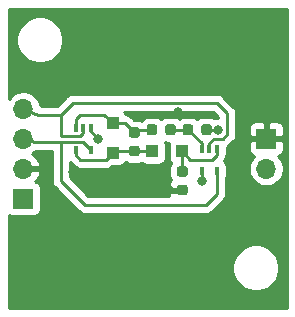
<source format=gbr>
%TF.GenerationSoftware,KiCad,Pcbnew,5.1.6-c6e7f7d~87~ubuntu18.04.1*%
%TF.CreationDate,2021-12-07T18:17:24-08:00*%
%TF.ProjectId,full-wave-rectifier,66756c6c-2d77-4617-9665-2d7265637469,rev?*%
%TF.SameCoordinates,Original*%
%TF.FileFunction,Copper,L1,Top*%
%TF.FilePolarity,Positive*%
%FSLAX46Y46*%
G04 Gerber Fmt 4.6, Leading zero omitted, Abs format (unit mm)*
G04 Created by KiCad (PCBNEW 5.1.6-c6e7f7d~87~ubuntu18.04.1) date 2021-12-07 18:17:24*
%MOMM*%
%LPD*%
G01*
G04 APERTURE LIST*
%TA.AperFunction,ComponentPad*%
%ADD10O,1.700000X1.700000*%
%TD*%
%TA.AperFunction,ComponentPad*%
%ADD11R,1.700000X1.700000*%
%TD*%
%TA.AperFunction,SMDPad,CuDef*%
%ADD12R,0.400000X0.650000*%
%TD*%
%TA.AperFunction,SMDPad,CuDef*%
%ADD13R,1.000000X1.000000*%
%TD*%
%TA.AperFunction,ViaPad*%
%ADD14C,0.800000*%
%TD*%
%TA.AperFunction,Conductor*%
%ADD15C,0.250000*%
%TD*%
%TA.AperFunction,Conductor*%
%ADD16C,0.254000*%
%TD*%
G04 APERTURE END LIST*
D10*
%TO.P,J2,4*%
%TO.N,-15V*%
X141859000Y-92964000D03*
%TO.P,J2,3*%
%TO.N,+15V*%
X141859000Y-95504000D03*
%TO.P,J2,2*%
%TO.N,GND*%
X141859000Y-98044000D03*
D11*
%TO.P,J2,1*%
%TO.N,AC*%
X141859000Y-100584000D03*
%TD*%
D10*
%TO.P,J1,2*%
%TO.N,/Vout*%
X162433000Y-98044000D03*
D11*
%TO.P,J1,1*%
%TO.N,GND*%
X162433000Y-95504000D03*
%TD*%
D12*
%TO.P,U2,5*%
%TO.N,+15V*%
X158257000Y-98232000D03*
%TO.P,U2,4*%
%TO.N,/Vout*%
X156957000Y-98232000D03*
%TO.P,U2,2*%
%TO.N,-15V*%
X157607000Y-96332000D03*
%TO.P,U2,3*%
%TO.N,Net-(R1-Pad1)*%
X156957000Y-96332000D03*
%TO.P,U2,1*%
%TO.N,Net-(D2-Pad1)*%
X158257000Y-96332000D03*
%TD*%
%TO.P,U1,5*%
%TO.N,+15V*%
X147589000Y-96454000D03*
%TO.P,U1,4*%
%TO.N,Net-(C1-Pad2)*%
X146289000Y-96454000D03*
%TO.P,U1,2*%
%TO.N,-15V*%
X146939000Y-94554000D03*
%TO.P,U1,3*%
%TO.N,Net-(C1-Pad1)*%
X146289000Y-94554000D03*
%TO.P,U1,1*%
%TO.N,AC*%
X147589000Y-94554000D03*
%TD*%
D13*
%TO.P,D2,2*%
%TO.N,Net-(C1-Pad2)*%
X152801000Y-96570800D03*
%TO.P,D2,1*%
%TO.N,Net-(D2-Pad1)*%
X155301000Y-96570800D03*
%TD*%
%TO.P,D1,2*%
%TO.N,Net-(C1-Pad1)*%
X149479000Y-94177800D03*
%TO.P,D1,1*%
%TO.N,Net-(C1-Pad2)*%
X149479000Y-96677800D03*
%TD*%
%TO.P,R3,2*%
%TO.N,Net-(D2-Pad1)*%
%TA.AperFunction,SMDPad,CuDef*%
G36*
G01*
X155577250Y-98710000D02*
X155064750Y-98710000D01*
G75*
G02*
X154846000Y-98491250I0J218750D01*
G01*
X154846000Y-98053750D01*
G75*
G02*
X155064750Y-97835000I218750J0D01*
G01*
X155577250Y-97835000D01*
G75*
G02*
X155796000Y-98053750I0J-218750D01*
G01*
X155796000Y-98491250D01*
G75*
G02*
X155577250Y-98710000I-218750J0D01*
G01*
G37*
%TD.AperFunction*%
%TO.P,R3,1*%
%TO.N,GND*%
%TA.AperFunction,SMDPad,CuDef*%
G36*
G01*
X155577250Y-100285000D02*
X155064750Y-100285000D01*
G75*
G02*
X154846000Y-100066250I0J218750D01*
G01*
X154846000Y-99628750D01*
G75*
G02*
X155064750Y-99410000I218750J0D01*
G01*
X155577250Y-99410000D01*
G75*
G02*
X155796000Y-99628750I0J-218750D01*
G01*
X155796000Y-100066250D01*
G75*
G02*
X155577250Y-100285000I-218750J0D01*
G01*
G37*
%TD.AperFunction*%
%TD*%
%TO.P,R1,2*%
%TO.N,Net-(C1-Pad1)*%
%TA.AperFunction,SMDPad,CuDef*%
G36*
G01*
X153193000Y-94485750D02*
X153193000Y-94998250D01*
G75*
G02*
X152974250Y-95217000I-218750J0D01*
G01*
X152536750Y-95217000D01*
G75*
G02*
X152318000Y-94998250I0J218750D01*
G01*
X152318000Y-94485750D01*
G75*
G02*
X152536750Y-94267000I218750J0D01*
G01*
X152974250Y-94267000D01*
G75*
G02*
X153193000Y-94485750I0J-218750D01*
G01*
G37*
%TD.AperFunction*%
%TO.P,R1,1*%
%TO.N,Net-(R1-Pad1)*%
%TA.AperFunction,SMDPad,CuDef*%
G36*
G01*
X154768000Y-94485750D02*
X154768000Y-94998250D01*
G75*
G02*
X154549250Y-95217000I-218750J0D01*
G01*
X154111750Y-95217000D01*
G75*
G02*
X153893000Y-94998250I0J218750D01*
G01*
X153893000Y-94485750D01*
G75*
G02*
X154111750Y-94267000I218750J0D01*
G01*
X154549250Y-94267000D01*
G75*
G02*
X154768000Y-94485750I0J-218750D01*
G01*
G37*
%TD.AperFunction*%
%TD*%
%TO.P,C1,2*%
%TO.N,Net-(C1-Pad2)*%
%TA.AperFunction,SMDPad,CuDef*%
G36*
G01*
X151000750Y-96108000D02*
X151513250Y-96108000D01*
G75*
G02*
X151732000Y-96326750I0J-218750D01*
G01*
X151732000Y-96764250D01*
G75*
G02*
X151513250Y-96983000I-218750J0D01*
G01*
X151000750Y-96983000D01*
G75*
G02*
X150782000Y-96764250I0J218750D01*
G01*
X150782000Y-96326750D01*
G75*
G02*
X151000750Y-96108000I218750J0D01*
G01*
G37*
%TD.AperFunction*%
%TO.P,C1,1*%
%TO.N,Net-(C1-Pad1)*%
%TA.AperFunction,SMDPad,CuDef*%
G36*
G01*
X151000750Y-94533000D02*
X151513250Y-94533000D01*
G75*
G02*
X151732000Y-94751750I0J-218750D01*
G01*
X151732000Y-95189250D01*
G75*
G02*
X151513250Y-95408000I-218750J0D01*
G01*
X151000750Y-95408000D01*
G75*
G02*
X150782000Y-95189250I0J218750D01*
G01*
X150782000Y-94751750D01*
G75*
G02*
X151000750Y-94533000I218750J0D01*
G01*
G37*
%TD.AperFunction*%
%TD*%
%TO.P,R2,2*%
%TO.N,Net-(R1-Pad1)*%
%TA.AperFunction,SMDPad,CuDef*%
G36*
G01*
X156241000Y-94485750D02*
X156241000Y-94998250D01*
G75*
G02*
X156022250Y-95217000I-218750J0D01*
G01*
X155584750Y-95217000D01*
G75*
G02*
X155366000Y-94998250I0J218750D01*
G01*
X155366000Y-94485750D01*
G75*
G02*
X155584750Y-94267000I218750J0D01*
G01*
X156022250Y-94267000D01*
G75*
G02*
X156241000Y-94485750I0J-218750D01*
G01*
G37*
%TD.AperFunction*%
%TO.P,R2,1*%
%TO.N,/Vout*%
%TA.AperFunction,SMDPad,CuDef*%
G36*
G01*
X157816000Y-94485750D02*
X157816000Y-94998250D01*
G75*
G02*
X157597250Y-95217000I-218750J0D01*
G01*
X157159750Y-95217000D01*
G75*
G02*
X156941000Y-94998250I0J218750D01*
G01*
X156941000Y-94485750D01*
G75*
G02*
X157159750Y-94267000I218750J0D01*
G01*
X157597250Y-94267000D01*
G75*
G02*
X157816000Y-94485750I0J-218750D01*
G01*
G37*
%TD.AperFunction*%
%TD*%
D14*
%TO.N,GND*%
X154178000Y-99822000D03*
X146050000Y-98298000D03*
X149225000Y-99060000D03*
X153035000Y-91313000D03*
X154940000Y-93218000D03*
X145796000Y-91440000D03*
X159385000Y-100711000D03*
X151892000Y-100076000D03*
X148844000Y-102362000D03*
%TO.N,AC*%
X148209000Y-95504000D03*
%TO.N,/Vout*%
X156972000Y-99060000D03*
X158369000Y-94742000D03*
%TD*%
D15*
%TO.N,GND*%
X154203500Y-99847500D02*
X154178000Y-99822000D01*
X155321000Y-99847500D02*
X154203500Y-99847500D01*
%TO.N,Net-(D2-Pad1)*%
X158257000Y-96907000D02*
X157882000Y-97282000D01*
X158257000Y-96332000D02*
X158257000Y-96907000D01*
X156012200Y-97282000D02*
X155301000Y-96570800D01*
X157882000Y-97282000D02*
X156012200Y-97282000D01*
X155301000Y-98252500D02*
X155321000Y-98272500D01*
X155301000Y-96570800D02*
X155301000Y-98252500D01*
%TO.N,/Vout*%
X158369000Y-94742000D02*
X157378500Y-94742000D01*
X156957000Y-99045000D02*
X156972000Y-99060000D01*
X156957000Y-98232000D02*
X156957000Y-99045000D01*
%TO.N,Net-(R1-Pad1)*%
X155803500Y-94742000D02*
X155829000Y-94742000D01*
X156957000Y-95870000D02*
X156957000Y-96332000D01*
X155829000Y-94742000D02*
X156957000Y-95870000D01*
X155803500Y-94742000D02*
X154330500Y-94742000D01*
%TO.N,Net-(C1-Pad2)*%
X151282300Y-96570800D02*
X151257000Y-96545500D01*
X152801000Y-96570800D02*
X151282300Y-96570800D01*
X149611300Y-96545500D02*
X149479000Y-96677800D01*
X151257000Y-96545500D02*
X149611300Y-96545500D01*
X146289000Y-96454000D02*
X146289000Y-96886000D01*
X146289000Y-96886000D02*
X146685000Y-97282000D01*
X148874800Y-97282000D02*
X149479000Y-96677800D01*
X146685000Y-97282000D02*
X148874800Y-97282000D01*
%TO.N,Net-(C1-Pad1)*%
X151485500Y-94742000D02*
X151257000Y-94970500D01*
X152755500Y-94742000D02*
X151485500Y-94742000D01*
X150464300Y-94177800D02*
X151257000Y-94970500D01*
X149479000Y-94177800D02*
X150464300Y-94177800D01*
X149310800Y-94346000D02*
X149479000Y-94177800D01*
X146289000Y-94554000D02*
X146289000Y-93868000D01*
X146289000Y-93868000D02*
X146685000Y-93472000D01*
X149422800Y-94177800D02*
X149479000Y-94177800D01*
X146685000Y-93472000D02*
X148717000Y-93472000D01*
X148717000Y-93472000D02*
X149422800Y-94177800D01*
%TO.N,+15V*%
X145034000Y-95758000D02*
X145034000Y-99060000D01*
X146893000Y-95758000D02*
X145034000Y-95758000D01*
X147589000Y-96454000D02*
X146893000Y-95758000D01*
X158257000Y-98948000D02*
X158257000Y-98232000D01*
X157353000Y-101092000D02*
X158257000Y-100188000D01*
X145034000Y-99060000D02*
X147066000Y-101092000D01*
X158257000Y-100188000D02*
X158257000Y-98948000D01*
X147066000Y-101092000D02*
X157353000Y-101092000D01*
X142875000Y-95758000D02*
X141859000Y-95504000D01*
X145034000Y-95758000D02*
X142875000Y-95758000D01*
%TO.N,-15V*%
X143129000Y-93472000D02*
X141859000Y-92964000D01*
X145034000Y-93472000D02*
X143129000Y-93472000D01*
X146050000Y-92456000D02*
X145034000Y-93472000D01*
X158242000Y-92456000D02*
X146050000Y-92456000D01*
X157607000Y-95871998D02*
X157974998Y-95504000D01*
X157607000Y-96332000D02*
X157607000Y-95871998D01*
X159131000Y-95123000D02*
X159131000Y-93345000D01*
X157974998Y-95504000D02*
X158750000Y-95504000D01*
X158750000Y-95504000D02*
X159131000Y-95123000D01*
X159131000Y-93345000D02*
X158242000Y-92456000D01*
X146939000Y-95014002D02*
X146939000Y-94554000D01*
X145034000Y-93472000D02*
X145034000Y-95250000D01*
X146703002Y-95250000D02*
X146939000Y-95014002D01*
X145034000Y-95250000D02*
X146703002Y-95250000D01*
%TO.N,AC*%
X147589000Y-94884000D02*
X148209000Y-95504000D01*
X147589000Y-94554000D02*
X147589000Y-94884000D01*
%TD*%
D16*
%TO.N,GND*%
G36*
X164186000Y-109830000D02*
G01*
X140614000Y-109830000D01*
X140614000Y-106230495D01*
X159559000Y-106230495D01*
X159559000Y-106621505D01*
X159635282Y-107005003D01*
X159784915Y-107366250D01*
X160002149Y-107691364D01*
X160278636Y-107967851D01*
X160603750Y-108185085D01*
X160964997Y-108334718D01*
X161348495Y-108411000D01*
X161739505Y-108411000D01*
X162123003Y-108334718D01*
X162484250Y-108185085D01*
X162809364Y-107967851D01*
X163085851Y-107691364D01*
X163303085Y-107366250D01*
X163452718Y-107005003D01*
X163529000Y-106621505D01*
X163529000Y-106230495D01*
X163452718Y-105846997D01*
X163303085Y-105485750D01*
X163085851Y-105160636D01*
X162809364Y-104884149D01*
X162484250Y-104666915D01*
X162123003Y-104517282D01*
X161739505Y-104441000D01*
X161348495Y-104441000D01*
X160964997Y-104517282D01*
X160603750Y-104666915D01*
X160278636Y-104884149D01*
X160002149Y-105160636D01*
X159784915Y-105485750D01*
X159635282Y-105846997D01*
X159559000Y-106230495D01*
X140614000Y-106230495D01*
X140614000Y-101931295D01*
X140654506Y-101964537D01*
X140764820Y-102023502D01*
X140884518Y-102059812D01*
X141009000Y-102072072D01*
X142709000Y-102072072D01*
X142833482Y-102059812D01*
X142953180Y-102023502D01*
X143063494Y-101964537D01*
X143160185Y-101885185D01*
X143239537Y-101788494D01*
X143298502Y-101678180D01*
X143334812Y-101558482D01*
X143347072Y-101434000D01*
X143347072Y-99734000D01*
X143334812Y-99609518D01*
X143298502Y-99489820D01*
X143239537Y-99379506D01*
X143160185Y-99282815D01*
X143063494Y-99203463D01*
X142953180Y-99144498D01*
X142872534Y-99120034D01*
X142956588Y-99044269D01*
X143130641Y-98810920D01*
X143255825Y-98548099D01*
X143300476Y-98400890D01*
X143179155Y-98171000D01*
X141986000Y-98171000D01*
X141986000Y-98191000D01*
X141732000Y-98191000D01*
X141732000Y-98171000D01*
X141712000Y-98171000D01*
X141712000Y-97917000D01*
X141732000Y-97917000D01*
X141732000Y-97897000D01*
X141986000Y-97897000D01*
X141986000Y-97917000D01*
X143179155Y-97917000D01*
X143300476Y-97687110D01*
X143255825Y-97539901D01*
X143130641Y-97277080D01*
X142956588Y-97043731D01*
X142740355Y-96848822D01*
X142623466Y-96779195D01*
X142805632Y-96657475D01*
X142945107Y-96518000D01*
X144274000Y-96518000D01*
X144274001Y-99022668D01*
X144270324Y-99060000D01*
X144274001Y-99097333D01*
X144284998Y-99208986D01*
X144294481Y-99240247D01*
X144328454Y-99352246D01*
X144399026Y-99484276D01*
X144457891Y-99556002D01*
X144494000Y-99600001D01*
X144522998Y-99623799D01*
X146502201Y-101603003D01*
X146525999Y-101632001D01*
X146554997Y-101655799D01*
X146641723Y-101726974D01*
X146756818Y-101788494D01*
X146773753Y-101797546D01*
X146917014Y-101841003D01*
X147028667Y-101852000D01*
X147028677Y-101852000D01*
X147066000Y-101855676D01*
X147103323Y-101852000D01*
X157315678Y-101852000D01*
X157353000Y-101855676D01*
X157390322Y-101852000D01*
X157390333Y-101852000D01*
X157501986Y-101841003D01*
X157645247Y-101797546D01*
X157777276Y-101726974D01*
X157893001Y-101632001D01*
X157916803Y-101602998D01*
X158768004Y-100751798D01*
X158797001Y-100728001D01*
X158869637Y-100639494D01*
X158891974Y-100612277D01*
X158962546Y-100480247D01*
X158990997Y-100386454D01*
X159006003Y-100336986D01*
X159017000Y-100225333D01*
X159017000Y-100225324D01*
X159020676Y-100188001D01*
X159017000Y-100150678D01*
X159017000Y-98856373D01*
X159046502Y-98801180D01*
X159082812Y-98681482D01*
X159095072Y-98557000D01*
X159095072Y-97907000D01*
X159082812Y-97782518D01*
X159046502Y-97662820D01*
X158987537Y-97552506D01*
X158908185Y-97455815D01*
X158837425Y-97397744D01*
X158891974Y-97331276D01*
X158962546Y-97199247D01*
X159006003Y-97055986D01*
X159015546Y-96959093D01*
X159046502Y-96901180D01*
X159082812Y-96781482D01*
X159095072Y-96657000D01*
X159095072Y-96354000D01*
X160944928Y-96354000D01*
X160957188Y-96478482D01*
X160993498Y-96598180D01*
X161052463Y-96708494D01*
X161131815Y-96805185D01*
X161228506Y-96884537D01*
X161338820Y-96943502D01*
X161411380Y-96965513D01*
X161279525Y-97097368D01*
X161117010Y-97340589D01*
X161005068Y-97610842D01*
X160948000Y-97897740D01*
X160948000Y-98190260D01*
X161005068Y-98477158D01*
X161117010Y-98747411D01*
X161279525Y-98990632D01*
X161486368Y-99197475D01*
X161729589Y-99359990D01*
X161999842Y-99471932D01*
X162286740Y-99529000D01*
X162579260Y-99529000D01*
X162866158Y-99471932D01*
X163136411Y-99359990D01*
X163379632Y-99197475D01*
X163586475Y-98990632D01*
X163748990Y-98747411D01*
X163860932Y-98477158D01*
X163918000Y-98190260D01*
X163918000Y-97897740D01*
X163860932Y-97610842D01*
X163748990Y-97340589D01*
X163586475Y-97097368D01*
X163454620Y-96965513D01*
X163527180Y-96943502D01*
X163637494Y-96884537D01*
X163734185Y-96805185D01*
X163813537Y-96708494D01*
X163872502Y-96598180D01*
X163908812Y-96478482D01*
X163921072Y-96354000D01*
X163918000Y-95789750D01*
X163759250Y-95631000D01*
X162560000Y-95631000D01*
X162560000Y-95651000D01*
X162306000Y-95651000D01*
X162306000Y-95631000D01*
X161106750Y-95631000D01*
X160948000Y-95789750D01*
X160944928Y-96354000D01*
X159095072Y-96354000D01*
X159095072Y-96181310D01*
X159174276Y-96138974D01*
X159290001Y-96044001D01*
X159313804Y-96014997D01*
X159641998Y-95686803D01*
X159671001Y-95663001D01*
X159765974Y-95547276D01*
X159836546Y-95415247D01*
X159880003Y-95271986D01*
X159891000Y-95160333D01*
X159891000Y-95160324D01*
X159894676Y-95123001D01*
X159891000Y-95085678D01*
X159891000Y-94654000D01*
X160944928Y-94654000D01*
X160948000Y-95218250D01*
X161106750Y-95377000D01*
X162306000Y-95377000D01*
X162306000Y-94177750D01*
X162560000Y-94177750D01*
X162560000Y-95377000D01*
X163759250Y-95377000D01*
X163918000Y-95218250D01*
X163921072Y-94654000D01*
X163908812Y-94529518D01*
X163872502Y-94409820D01*
X163813537Y-94299506D01*
X163734185Y-94202815D01*
X163637494Y-94123463D01*
X163527180Y-94064498D01*
X163407482Y-94028188D01*
X163283000Y-94015928D01*
X162718750Y-94019000D01*
X162560000Y-94177750D01*
X162306000Y-94177750D01*
X162147250Y-94019000D01*
X161583000Y-94015928D01*
X161458518Y-94028188D01*
X161338820Y-94064498D01*
X161228506Y-94123463D01*
X161131815Y-94202815D01*
X161052463Y-94299506D01*
X160993498Y-94409820D01*
X160957188Y-94529518D01*
X160944928Y-94654000D01*
X159891000Y-94654000D01*
X159891000Y-93382323D01*
X159894676Y-93345000D01*
X159891000Y-93307677D01*
X159891000Y-93307667D01*
X159880003Y-93196014D01*
X159836546Y-93052753D01*
X159765974Y-92920724D01*
X159671001Y-92804999D01*
X159642003Y-92781201D01*
X158805803Y-91945002D01*
X158782001Y-91915999D01*
X158666276Y-91821026D01*
X158534247Y-91750454D01*
X158390986Y-91706997D01*
X158279333Y-91696000D01*
X158279322Y-91696000D01*
X158242000Y-91692324D01*
X158204678Y-91696000D01*
X146087322Y-91696000D01*
X146050000Y-91692324D01*
X146012677Y-91696000D01*
X146012667Y-91696000D01*
X145901014Y-91706997D01*
X145757753Y-91750454D01*
X145625723Y-91821026D01*
X145542083Y-91889668D01*
X145509999Y-91915999D01*
X145486201Y-91944997D01*
X144719199Y-92712000D01*
X143322967Y-92712000D01*
X143286932Y-92530842D01*
X143174990Y-92260589D01*
X143012475Y-92017368D01*
X142805632Y-91810525D01*
X142562411Y-91648010D01*
X142292158Y-91536068D01*
X142005260Y-91479000D01*
X141712740Y-91479000D01*
X141425842Y-91536068D01*
X141155589Y-91648010D01*
X140912368Y-91810525D01*
X140705525Y-92017368D01*
X140614000Y-92154345D01*
X140614000Y-86926495D01*
X141271000Y-86926495D01*
X141271000Y-87317505D01*
X141347282Y-87701003D01*
X141496915Y-88062250D01*
X141714149Y-88387364D01*
X141990636Y-88663851D01*
X142315750Y-88881085D01*
X142676997Y-89030718D01*
X143060495Y-89107000D01*
X143451505Y-89107000D01*
X143835003Y-89030718D01*
X144196250Y-88881085D01*
X144521364Y-88663851D01*
X144797851Y-88387364D01*
X145015085Y-88062250D01*
X145164718Y-87701003D01*
X145241000Y-87317505D01*
X145241000Y-86926495D01*
X145164718Y-86542997D01*
X145015085Y-86181750D01*
X144797851Y-85856636D01*
X144521364Y-85580149D01*
X144196250Y-85362915D01*
X143835003Y-85213282D01*
X143451505Y-85137000D01*
X143060495Y-85137000D01*
X142676997Y-85213282D01*
X142315750Y-85362915D01*
X141990636Y-85580149D01*
X141714149Y-85856636D01*
X141496915Y-86181750D01*
X141347282Y-86542997D01*
X141271000Y-86926495D01*
X140614000Y-86926495D01*
X140614000Y-84480000D01*
X164186001Y-84480000D01*
X164186000Y-109830000D01*
G37*
X164186000Y-109830000D02*
X140614000Y-109830000D01*
X140614000Y-106230495D01*
X159559000Y-106230495D01*
X159559000Y-106621505D01*
X159635282Y-107005003D01*
X159784915Y-107366250D01*
X160002149Y-107691364D01*
X160278636Y-107967851D01*
X160603750Y-108185085D01*
X160964997Y-108334718D01*
X161348495Y-108411000D01*
X161739505Y-108411000D01*
X162123003Y-108334718D01*
X162484250Y-108185085D01*
X162809364Y-107967851D01*
X163085851Y-107691364D01*
X163303085Y-107366250D01*
X163452718Y-107005003D01*
X163529000Y-106621505D01*
X163529000Y-106230495D01*
X163452718Y-105846997D01*
X163303085Y-105485750D01*
X163085851Y-105160636D01*
X162809364Y-104884149D01*
X162484250Y-104666915D01*
X162123003Y-104517282D01*
X161739505Y-104441000D01*
X161348495Y-104441000D01*
X160964997Y-104517282D01*
X160603750Y-104666915D01*
X160278636Y-104884149D01*
X160002149Y-105160636D01*
X159784915Y-105485750D01*
X159635282Y-105846997D01*
X159559000Y-106230495D01*
X140614000Y-106230495D01*
X140614000Y-101931295D01*
X140654506Y-101964537D01*
X140764820Y-102023502D01*
X140884518Y-102059812D01*
X141009000Y-102072072D01*
X142709000Y-102072072D01*
X142833482Y-102059812D01*
X142953180Y-102023502D01*
X143063494Y-101964537D01*
X143160185Y-101885185D01*
X143239537Y-101788494D01*
X143298502Y-101678180D01*
X143334812Y-101558482D01*
X143347072Y-101434000D01*
X143347072Y-99734000D01*
X143334812Y-99609518D01*
X143298502Y-99489820D01*
X143239537Y-99379506D01*
X143160185Y-99282815D01*
X143063494Y-99203463D01*
X142953180Y-99144498D01*
X142872534Y-99120034D01*
X142956588Y-99044269D01*
X143130641Y-98810920D01*
X143255825Y-98548099D01*
X143300476Y-98400890D01*
X143179155Y-98171000D01*
X141986000Y-98171000D01*
X141986000Y-98191000D01*
X141732000Y-98191000D01*
X141732000Y-98171000D01*
X141712000Y-98171000D01*
X141712000Y-97917000D01*
X141732000Y-97917000D01*
X141732000Y-97897000D01*
X141986000Y-97897000D01*
X141986000Y-97917000D01*
X143179155Y-97917000D01*
X143300476Y-97687110D01*
X143255825Y-97539901D01*
X143130641Y-97277080D01*
X142956588Y-97043731D01*
X142740355Y-96848822D01*
X142623466Y-96779195D01*
X142805632Y-96657475D01*
X142945107Y-96518000D01*
X144274000Y-96518000D01*
X144274001Y-99022668D01*
X144270324Y-99060000D01*
X144274001Y-99097333D01*
X144284998Y-99208986D01*
X144294481Y-99240247D01*
X144328454Y-99352246D01*
X144399026Y-99484276D01*
X144457891Y-99556002D01*
X144494000Y-99600001D01*
X144522998Y-99623799D01*
X146502201Y-101603003D01*
X146525999Y-101632001D01*
X146554997Y-101655799D01*
X146641723Y-101726974D01*
X146756818Y-101788494D01*
X146773753Y-101797546D01*
X146917014Y-101841003D01*
X147028667Y-101852000D01*
X147028677Y-101852000D01*
X147066000Y-101855676D01*
X147103323Y-101852000D01*
X157315678Y-101852000D01*
X157353000Y-101855676D01*
X157390322Y-101852000D01*
X157390333Y-101852000D01*
X157501986Y-101841003D01*
X157645247Y-101797546D01*
X157777276Y-101726974D01*
X157893001Y-101632001D01*
X157916803Y-101602998D01*
X158768004Y-100751798D01*
X158797001Y-100728001D01*
X158869637Y-100639494D01*
X158891974Y-100612277D01*
X158962546Y-100480247D01*
X158990997Y-100386454D01*
X159006003Y-100336986D01*
X159017000Y-100225333D01*
X159017000Y-100225324D01*
X159020676Y-100188001D01*
X159017000Y-100150678D01*
X159017000Y-98856373D01*
X159046502Y-98801180D01*
X159082812Y-98681482D01*
X159095072Y-98557000D01*
X159095072Y-97907000D01*
X159082812Y-97782518D01*
X159046502Y-97662820D01*
X158987537Y-97552506D01*
X158908185Y-97455815D01*
X158837425Y-97397744D01*
X158891974Y-97331276D01*
X158962546Y-97199247D01*
X159006003Y-97055986D01*
X159015546Y-96959093D01*
X159046502Y-96901180D01*
X159082812Y-96781482D01*
X159095072Y-96657000D01*
X159095072Y-96354000D01*
X160944928Y-96354000D01*
X160957188Y-96478482D01*
X160993498Y-96598180D01*
X161052463Y-96708494D01*
X161131815Y-96805185D01*
X161228506Y-96884537D01*
X161338820Y-96943502D01*
X161411380Y-96965513D01*
X161279525Y-97097368D01*
X161117010Y-97340589D01*
X161005068Y-97610842D01*
X160948000Y-97897740D01*
X160948000Y-98190260D01*
X161005068Y-98477158D01*
X161117010Y-98747411D01*
X161279525Y-98990632D01*
X161486368Y-99197475D01*
X161729589Y-99359990D01*
X161999842Y-99471932D01*
X162286740Y-99529000D01*
X162579260Y-99529000D01*
X162866158Y-99471932D01*
X163136411Y-99359990D01*
X163379632Y-99197475D01*
X163586475Y-98990632D01*
X163748990Y-98747411D01*
X163860932Y-98477158D01*
X163918000Y-98190260D01*
X163918000Y-97897740D01*
X163860932Y-97610842D01*
X163748990Y-97340589D01*
X163586475Y-97097368D01*
X163454620Y-96965513D01*
X163527180Y-96943502D01*
X163637494Y-96884537D01*
X163734185Y-96805185D01*
X163813537Y-96708494D01*
X163872502Y-96598180D01*
X163908812Y-96478482D01*
X163921072Y-96354000D01*
X163918000Y-95789750D01*
X163759250Y-95631000D01*
X162560000Y-95631000D01*
X162560000Y-95651000D01*
X162306000Y-95651000D01*
X162306000Y-95631000D01*
X161106750Y-95631000D01*
X160948000Y-95789750D01*
X160944928Y-96354000D01*
X159095072Y-96354000D01*
X159095072Y-96181310D01*
X159174276Y-96138974D01*
X159290001Y-96044001D01*
X159313804Y-96014997D01*
X159641998Y-95686803D01*
X159671001Y-95663001D01*
X159765974Y-95547276D01*
X159836546Y-95415247D01*
X159880003Y-95271986D01*
X159891000Y-95160333D01*
X159891000Y-95160324D01*
X159894676Y-95123001D01*
X159891000Y-95085678D01*
X159891000Y-94654000D01*
X160944928Y-94654000D01*
X160948000Y-95218250D01*
X161106750Y-95377000D01*
X162306000Y-95377000D01*
X162306000Y-94177750D01*
X162560000Y-94177750D01*
X162560000Y-95377000D01*
X163759250Y-95377000D01*
X163918000Y-95218250D01*
X163921072Y-94654000D01*
X163908812Y-94529518D01*
X163872502Y-94409820D01*
X163813537Y-94299506D01*
X163734185Y-94202815D01*
X163637494Y-94123463D01*
X163527180Y-94064498D01*
X163407482Y-94028188D01*
X163283000Y-94015928D01*
X162718750Y-94019000D01*
X162560000Y-94177750D01*
X162306000Y-94177750D01*
X162147250Y-94019000D01*
X161583000Y-94015928D01*
X161458518Y-94028188D01*
X161338820Y-94064498D01*
X161228506Y-94123463D01*
X161131815Y-94202815D01*
X161052463Y-94299506D01*
X160993498Y-94409820D01*
X160957188Y-94529518D01*
X160944928Y-94654000D01*
X159891000Y-94654000D01*
X159891000Y-93382323D01*
X159894676Y-93345000D01*
X159891000Y-93307677D01*
X159891000Y-93307667D01*
X159880003Y-93196014D01*
X159836546Y-93052753D01*
X159765974Y-92920724D01*
X159671001Y-92804999D01*
X159642003Y-92781201D01*
X158805803Y-91945002D01*
X158782001Y-91915999D01*
X158666276Y-91821026D01*
X158534247Y-91750454D01*
X158390986Y-91706997D01*
X158279333Y-91696000D01*
X158279322Y-91696000D01*
X158242000Y-91692324D01*
X158204678Y-91696000D01*
X146087322Y-91696000D01*
X146050000Y-91692324D01*
X146012677Y-91696000D01*
X146012667Y-91696000D01*
X145901014Y-91706997D01*
X145757753Y-91750454D01*
X145625723Y-91821026D01*
X145542083Y-91889668D01*
X145509999Y-91915999D01*
X145486201Y-91944997D01*
X144719199Y-92712000D01*
X143322967Y-92712000D01*
X143286932Y-92530842D01*
X143174990Y-92260589D01*
X143012475Y-92017368D01*
X142805632Y-91810525D01*
X142562411Y-91648010D01*
X142292158Y-91536068D01*
X142005260Y-91479000D01*
X141712740Y-91479000D01*
X141425842Y-91536068D01*
X141155589Y-91648010D01*
X140912368Y-91810525D01*
X140705525Y-92017368D01*
X140614000Y-92154345D01*
X140614000Y-86926495D01*
X141271000Y-86926495D01*
X141271000Y-87317505D01*
X141347282Y-87701003D01*
X141496915Y-88062250D01*
X141714149Y-88387364D01*
X141990636Y-88663851D01*
X142315750Y-88881085D01*
X142676997Y-89030718D01*
X143060495Y-89107000D01*
X143451505Y-89107000D01*
X143835003Y-89030718D01*
X144196250Y-88881085D01*
X144521364Y-88663851D01*
X144797851Y-88387364D01*
X145015085Y-88062250D01*
X145164718Y-87701003D01*
X145241000Y-87317505D01*
X145241000Y-86926495D01*
X145164718Y-86542997D01*
X145015085Y-86181750D01*
X144797851Y-85856636D01*
X144521364Y-85580149D01*
X144196250Y-85362915D01*
X143835003Y-85213282D01*
X143451505Y-85137000D01*
X143060495Y-85137000D01*
X142676997Y-85213282D01*
X142315750Y-85362915D01*
X141990636Y-85580149D01*
X141714149Y-85856636D01*
X141496915Y-86181750D01*
X141347282Y-86542997D01*
X141271000Y-86926495D01*
X140614000Y-86926495D01*
X140614000Y-84480000D01*
X164186001Y-84480000D01*
X164186000Y-109830000D01*
G36*
X153944592Y-95838608D02*
G01*
X154111750Y-95855072D01*
X154202867Y-95855072D01*
X154175188Y-95946318D01*
X154162928Y-96070800D01*
X154162928Y-97070800D01*
X154175188Y-97195282D01*
X154211498Y-97314980D01*
X154270463Y-97425294D01*
X154349815Y-97521985D01*
X154378652Y-97545651D01*
X154352329Y-97577725D01*
X154273150Y-97725858D01*
X154224392Y-97886592D01*
X154207928Y-98053750D01*
X154207928Y-98491250D01*
X154224392Y-98658408D01*
X154273150Y-98819142D01*
X154352329Y-98967275D01*
X154370100Y-98988930D01*
X154315463Y-99055506D01*
X154256498Y-99165820D01*
X154220188Y-99285518D01*
X154207928Y-99410000D01*
X154211000Y-99561750D01*
X154369750Y-99720500D01*
X155194000Y-99720500D01*
X155194000Y-99700500D01*
X155448000Y-99700500D01*
X155448000Y-99720500D01*
X155468000Y-99720500D01*
X155468000Y-99974500D01*
X155448000Y-99974500D01*
X155448000Y-99994500D01*
X155194000Y-99994500D01*
X155194000Y-99974500D01*
X154369750Y-99974500D01*
X154211000Y-100133250D01*
X154207928Y-100285000D01*
X154212557Y-100332000D01*
X147380802Y-100332000D01*
X145794000Y-98745199D01*
X145794000Y-97465801D01*
X146121196Y-97792997D01*
X146144999Y-97822001D01*
X146260724Y-97916974D01*
X146303342Y-97939754D01*
X146392753Y-97987546D01*
X146536014Y-98031003D01*
X146685000Y-98045677D01*
X146722333Y-98042000D01*
X148837478Y-98042000D01*
X148874800Y-98045676D01*
X148912122Y-98042000D01*
X148912133Y-98042000D01*
X149023786Y-98031003D01*
X149167047Y-97987546D01*
X149299076Y-97916974D01*
X149414801Y-97822001D01*
X149419831Y-97815872D01*
X149979000Y-97815872D01*
X150103482Y-97803612D01*
X150223180Y-97767302D01*
X150333494Y-97708337D01*
X150430185Y-97628985D01*
X150509537Y-97532294D01*
X150536037Y-97482717D01*
X150672858Y-97555850D01*
X150833592Y-97604608D01*
X151000750Y-97621072D01*
X151513250Y-97621072D01*
X151680408Y-97604608D01*
X151841142Y-97555850D01*
X151871383Y-97539686D01*
X151946506Y-97601337D01*
X152056820Y-97660302D01*
X152176518Y-97696612D01*
X152301000Y-97708872D01*
X153301000Y-97708872D01*
X153425482Y-97696612D01*
X153545180Y-97660302D01*
X153655494Y-97601337D01*
X153752185Y-97521985D01*
X153831537Y-97425294D01*
X153890502Y-97314980D01*
X153926812Y-97195282D01*
X153939072Y-97070800D01*
X153939072Y-96070800D01*
X153926812Y-95946318D01*
X153890502Y-95826620D01*
X153887682Y-95821345D01*
X153944592Y-95838608D01*
G37*
X153944592Y-95838608D02*
X154111750Y-95855072D01*
X154202867Y-95855072D01*
X154175188Y-95946318D01*
X154162928Y-96070800D01*
X154162928Y-97070800D01*
X154175188Y-97195282D01*
X154211498Y-97314980D01*
X154270463Y-97425294D01*
X154349815Y-97521985D01*
X154378652Y-97545651D01*
X154352329Y-97577725D01*
X154273150Y-97725858D01*
X154224392Y-97886592D01*
X154207928Y-98053750D01*
X154207928Y-98491250D01*
X154224392Y-98658408D01*
X154273150Y-98819142D01*
X154352329Y-98967275D01*
X154370100Y-98988930D01*
X154315463Y-99055506D01*
X154256498Y-99165820D01*
X154220188Y-99285518D01*
X154207928Y-99410000D01*
X154211000Y-99561750D01*
X154369750Y-99720500D01*
X155194000Y-99720500D01*
X155194000Y-99700500D01*
X155448000Y-99700500D01*
X155448000Y-99720500D01*
X155468000Y-99720500D01*
X155468000Y-99974500D01*
X155448000Y-99974500D01*
X155448000Y-99994500D01*
X155194000Y-99994500D01*
X155194000Y-99974500D01*
X154369750Y-99974500D01*
X154211000Y-100133250D01*
X154207928Y-100285000D01*
X154212557Y-100332000D01*
X147380802Y-100332000D01*
X145794000Y-98745199D01*
X145794000Y-97465801D01*
X146121196Y-97792997D01*
X146144999Y-97822001D01*
X146260724Y-97916974D01*
X146303342Y-97939754D01*
X146392753Y-97987546D01*
X146536014Y-98031003D01*
X146685000Y-98045677D01*
X146722333Y-98042000D01*
X148837478Y-98042000D01*
X148874800Y-98045676D01*
X148912122Y-98042000D01*
X148912133Y-98042000D01*
X149023786Y-98031003D01*
X149167047Y-97987546D01*
X149299076Y-97916974D01*
X149414801Y-97822001D01*
X149419831Y-97815872D01*
X149979000Y-97815872D01*
X150103482Y-97803612D01*
X150223180Y-97767302D01*
X150333494Y-97708337D01*
X150430185Y-97628985D01*
X150509537Y-97532294D01*
X150536037Y-97482717D01*
X150672858Y-97555850D01*
X150833592Y-97604608D01*
X151000750Y-97621072D01*
X151513250Y-97621072D01*
X151680408Y-97604608D01*
X151841142Y-97555850D01*
X151871383Y-97539686D01*
X151946506Y-97601337D01*
X152056820Y-97660302D01*
X152176518Y-97696612D01*
X152301000Y-97708872D01*
X153301000Y-97708872D01*
X153425482Y-97696612D01*
X153545180Y-97660302D01*
X153655494Y-97601337D01*
X153752185Y-97521985D01*
X153831537Y-97425294D01*
X153890502Y-97314980D01*
X153926812Y-97195282D01*
X153939072Y-97070800D01*
X153939072Y-96070800D01*
X153926812Y-95946318D01*
X153890502Y-95826620D01*
X153887682Y-95821345D01*
X153944592Y-95838608D01*
G36*
X158371001Y-93659803D02*
G01*
X158371001Y-93707000D01*
X158267061Y-93707000D01*
X158067102Y-93746774D01*
X158042590Y-93756927D01*
X157925142Y-93694150D01*
X157764408Y-93645392D01*
X157597250Y-93628928D01*
X157159750Y-93628928D01*
X156992592Y-93645392D01*
X156831858Y-93694150D01*
X156683725Y-93773329D01*
X156591000Y-93849426D01*
X156498275Y-93773329D01*
X156350142Y-93694150D01*
X156189408Y-93645392D01*
X156022250Y-93628928D01*
X155584750Y-93628928D01*
X155417592Y-93645392D01*
X155256858Y-93694150D01*
X155108725Y-93773329D01*
X155067000Y-93807572D01*
X155025275Y-93773329D01*
X154877142Y-93694150D01*
X154716408Y-93645392D01*
X154549250Y-93628928D01*
X154111750Y-93628928D01*
X153944592Y-93645392D01*
X153783858Y-93694150D01*
X153635725Y-93773329D01*
X153543000Y-93849426D01*
X153450275Y-93773329D01*
X153302142Y-93694150D01*
X153141408Y-93645392D01*
X152974250Y-93628928D01*
X152536750Y-93628928D01*
X152369592Y-93645392D01*
X152208858Y-93694150D01*
X152060725Y-93773329D01*
X151930885Y-93879885D01*
X151857735Y-93969019D01*
X151841142Y-93960150D01*
X151680408Y-93911392D01*
X151513250Y-93894928D01*
X151256229Y-93894928D01*
X151028103Y-93666802D01*
X151004301Y-93637799D01*
X150888576Y-93542826D01*
X150756547Y-93472254D01*
X150613286Y-93428797D01*
X150563292Y-93423873D01*
X150509537Y-93323306D01*
X150430185Y-93226615D01*
X150417251Y-93216000D01*
X157927199Y-93216000D01*
X158371001Y-93659803D01*
G37*
X158371001Y-93659803D02*
X158371001Y-93707000D01*
X158267061Y-93707000D01*
X158067102Y-93746774D01*
X158042590Y-93756927D01*
X157925142Y-93694150D01*
X157764408Y-93645392D01*
X157597250Y-93628928D01*
X157159750Y-93628928D01*
X156992592Y-93645392D01*
X156831858Y-93694150D01*
X156683725Y-93773329D01*
X156591000Y-93849426D01*
X156498275Y-93773329D01*
X156350142Y-93694150D01*
X156189408Y-93645392D01*
X156022250Y-93628928D01*
X155584750Y-93628928D01*
X155417592Y-93645392D01*
X155256858Y-93694150D01*
X155108725Y-93773329D01*
X155067000Y-93807572D01*
X155025275Y-93773329D01*
X154877142Y-93694150D01*
X154716408Y-93645392D01*
X154549250Y-93628928D01*
X154111750Y-93628928D01*
X153944592Y-93645392D01*
X153783858Y-93694150D01*
X153635725Y-93773329D01*
X153543000Y-93849426D01*
X153450275Y-93773329D01*
X153302142Y-93694150D01*
X153141408Y-93645392D01*
X152974250Y-93628928D01*
X152536750Y-93628928D01*
X152369592Y-93645392D01*
X152208858Y-93694150D01*
X152060725Y-93773329D01*
X151930885Y-93879885D01*
X151857735Y-93969019D01*
X151841142Y-93960150D01*
X151680408Y-93911392D01*
X151513250Y-93894928D01*
X151256229Y-93894928D01*
X151028103Y-93666802D01*
X151004301Y-93637799D01*
X150888576Y-93542826D01*
X150756547Y-93472254D01*
X150613286Y-93428797D01*
X150563292Y-93423873D01*
X150509537Y-93323306D01*
X150430185Y-93226615D01*
X150417251Y-93216000D01*
X157927199Y-93216000D01*
X158371001Y-93659803D01*
%TD*%
M02*

</source>
